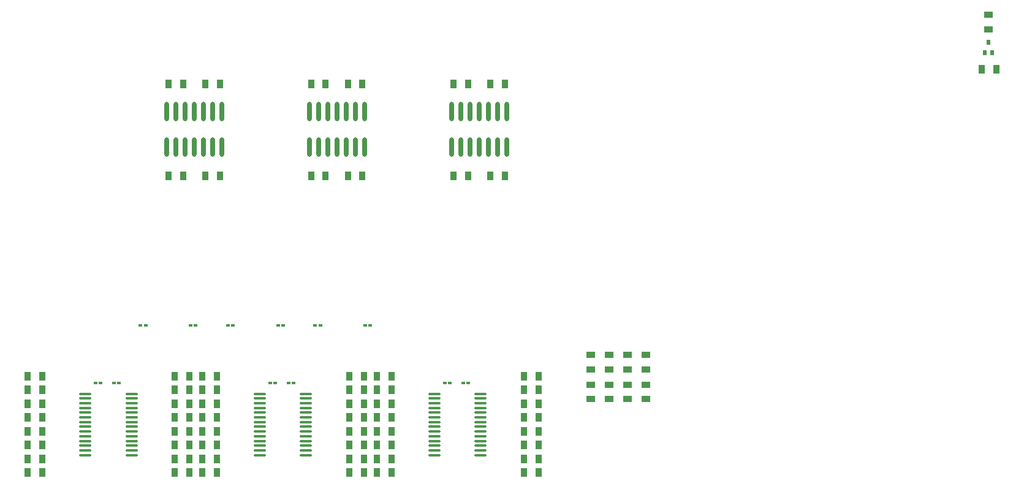
<source format=gtp>
%FSTAX25Y25*%
%MOIN*%
%SFA1B1*%

%IPPOS*%
%AMD11*
4,1,8,0.006600,0.014800,-0.006600,0.014800,-0.008900,0.012500,-0.008900,-0.012500,-0.006600,-0.014800,0.006600,-0.014800,0.008900,-0.012500,0.008900,0.012500,0.006600,0.014800,0.0*
1,1,0.004440,0.006600,0.012500*
1,1,0.004440,-0.006600,0.012500*
1,1,0.004440,-0.006600,-0.012500*
1,1,0.004440,0.006600,-0.012500*
%
%ADD10R,0.051180X0.035430*%
G04~CAMADD=11~8~0.0~0.0~177.2~295.3~22.2~0.0~15~0.0~0.0~0.0~0.0~0~0.0~0.0~0.0~0.0~0~0.0~0.0~0.0~0.0~177.2~295.3*
%ADD11D11*%
%ADD12R,0.035430X0.051180*%
%ADD13O,0.027560X0.106300*%
%ADD14O,0.070870X0.011810*%
%ADD15R,0.019680X0.015750*%
%LNdigitalizador_rpi-1*%
%LPD*%
G54D10*
X054006Y0272943D03*
Y0265069D03*
X0353819Y0071752D03*
Y0063878D03*
X0343819Y0071752D03*
Y0063878D03*
X0333819Y0071752D03*
Y0063878D03*
X0323819Y0071752D03*
Y0063878D03*
X0353819Y0087815D03*
Y0079941D03*
X0323819Y0087815D03*
Y0079941D03*
X0343819Y0087815D03*
Y0079941D03*
X0333819Y0087815D03*
Y0079941D03*
G54D11*
X0538091Y0252343D03*
X0542028D03*
X0540059Y0258051D03*
G54D12*
X0536457Y0243307D03*
X0544331D03*
X0269134Y0185256D03*
X0277008D03*
X0249134D03*
X0257008D03*
X0191634D03*
X0199508D03*
X0171634D03*
X0179508D03*
X0114134D03*
X0122008D03*
X0094134D03*
X0102008D03*
X0017382Y0023878D03*
X0025256D03*
X0017382Y0031378D03*
X0025256D03*
X0017382Y0076378D03*
X0025256D03*
X0017382Y0068878D03*
X0025256D03*
X0017382Y0061378D03*
X0025256D03*
X0017382Y0053878D03*
X0025256D03*
X0017382Y0046378D03*
X0025256D03*
X0017382Y0038878D03*
X0025256D03*
X0105256Y0023878D03*
X0097382D03*
X0105256Y0031378D03*
X0097382D03*
X0105256Y0076378D03*
X0097382D03*
X0105256Y0068878D03*
X0097382D03*
X0105256Y0061378D03*
X0097382D03*
X0105256Y0053878D03*
X0097382D03*
X0105256Y0046378D03*
X0097382D03*
X0105256Y0038878D03*
X0097382D03*
X0112382Y0023878D03*
X0120256D03*
X0112382Y0031378D03*
X0120256D03*
X0112382Y0068878D03*
X0120256D03*
X0112382Y0061378D03*
X0120256D03*
X0112382Y0053878D03*
X0120256D03*
X0112382Y0046378D03*
X0120256D03*
X0112382Y0038878D03*
X0120256D03*
X0200256Y0023878D03*
X0192382D03*
X0200256Y0031378D03*
X0192382D03*
X0200256Y0076378D03*
X0192382D03*
X0200256Y0068878D03*
X0192382D03*
X0200256Y0061378D03*
X0192382D03*
X0200256Y0053878D03*
X0192382D03*
X0200256Y0046378D03*
X0192382D03*
X0200256Y0038878D03*
X0192382D03*
X0207382Y0031378D03*
X0215256D03*
X0207382Y0023878D03*
X0215256D03*
X0207382Y0076378D03*
X0215256D03*
X0207382Y0068878D03*
X0215256D03*
X0207382Y0061378D03*
X0215256D03*
X0207382Y0053878D03*
X0215256D03*
X0207382Y0046378D03*
X0215256D03*
X0207382Y0038878D03*
X0215256D03*
X0295256Y0023878D03*
X0287382D03*
X0295256Y0031378D03*
X0287382D03*
X0295256Y0038878D03*
X0287382D03*
X0295256Y0046378D03*
X0287382D03*
X0295256Y0053878D03*
X0287382D03*
X0295256Y0061378D03*
X0287382D03*
X0295256Y0068878D03*
X0287382D03*
X0295256Y0076378D03*
X0287382D03*
X0112382D03*
X0120256D03*
X0249134Y0235256D03*
X0257008D03*
X0277008D03*
X0269134D03*
X0199508D03*
X0191634D03*
X0171634D03*
X0179508D03*
X0122008D03*
X0114134D03*
X0094134D03*
X0102008D03*
G54D13*
X0200571Y0220256D03*
X0195571D03*
X0190571D03*
X0185571D03*
X0180571D03*
X0175571D03*
X0170571D03*
X0200571Y0200964D03*
X0195571D03*
X0190571D03*
X0185571D03*
X0180571D03*
X0175571D03*
X0170571D03*
X0248071D03*
X0253071D03*
X0258071D03*
X0263071D03*
X0268071D03*
X0273071D03*
X0278071D03*
X0248071Y0220256D03*
X0253071D03*
X0258071D03*
X0263071D03*
X0268071D03*
X0273071D03*
X0278071D03*
X0093071Y0200964D03*
X0098071D03*
X0103071D03*
X0108071D03*
X0113071D03*
X0118071D03*
X0123071D03*
X0093071Y0220256D03*
X0098071D03*
X0103071D03*
X0108071D03*
X0113071D03*
X0118071D03*
X0123071D03*
G54D14*
X0263819Y0033465D03*
Y0036024D03*
Y0038583D03*
Y0041142D03*
Y0043701D03*
Y004626D03*
Y0048819D03*
Y0051378D03*
Y0053937D03*
Y0056496D03*
Y0059055D03*
Y0061614D03*
Y0064173D03*
Y0066732D03*
X0238622D03*
Y0064173D03*
Y0061614D03*
Y0059055D03*
Y0056496D03*
Y0053937D03*
Y0051378D03*
Y0048819D03*
Y004626D03*
Y0043701D03*
Y0041142D03*
Y0038583D03*
Y0036024D03*
Y0033465D03*
X0168819D03*
Y0036024D03*
Y0038583D03*
Y0041142D03*
Y0043701D03*
Y004626D03*
Y0048819D03*
Y0051378D03*
Y0053937D03*
Y0056496D03*
Y0059055D03*
Y0061614D03*
Y0064173D03*
Y0066732D03*
X0143622D03*
Y0064173D03*
Y0061614D03*
Y0059055D03*
Y0056496D03*
Y0053937D03*
Y0051378D03*
Y0048819D03*
Y004626D03*
Y0043701D03*
Y0041142D03*
Y0038583D03*
Y0036024D03*
Y0033465D03*
X0074016D03*
Y0036024D03*
Y0038583D03*
Y0041142D03*
Y0043701D03*
Y004626D03*
Y0048819D03*
Y0051378D03*
Y0053937D03*
Y0056496D03*
Y0059055D03*
Y0061614D03*
Y0064173D03*
Y0066732D03*
X0048819D03*
Y0064173D03*
Y0061614D03*
Y0059055D03*
Y0056496D03*
Y0053937D03*
Y0051378D03*
Y0048819D03*
Y004626D03*
Y0043701D03*
Y0041142D03*
Y0038583D03*
Y0036024D03*
Y0033465D03*
G54D15*
X0256949Y0072756D03*
X0254193D03*
X0244193D03*
X0246949D03*
X0161949D03*
X0159193D03*
X0149193D03*
X0151949D03*
X0066949D03*
X0064193D03*
X0054193D03*
X0056949D03*
X0106063Y0103878D03*
X0108819D03*
X0081575D03*
X0078819D03*
X0153563D03*
X0156319D03*
X0129075D03*
X0126319D03*
X0201063D03*
X0203819D03*
X0176575D03*
X0173819D03*
M02*
</source>
